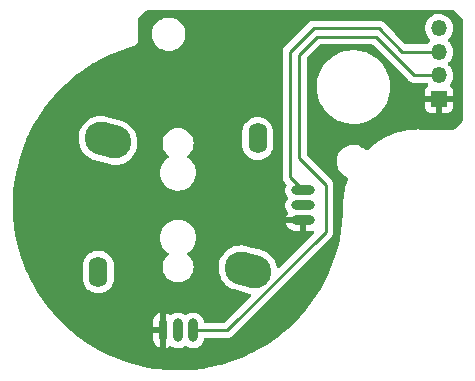
<source format=gbr>
%TF.GenerationSoftware,KiCad,Pcbnew,(6.0.1)*%
%TF.CreationDate,2022-03-24T22:12:31-07:00*%
%TF.ProjectId,CStick,43537469-636b-42e6-9b69-6361645f7063,rev?*%
%TF.SameCoordinates,Original*%
%TF.FileFunction,Copper,L1,Top*%
%TF.FilePolarity,Positive*%
%FSLAX46Y46*%
G04 Gerber Fmt 4.6, Leading zero omitted, Abs format (unit mm)*
G04 Created by KiCad (PCBNEW (6.0.1)) date 2022-03-24 22:12:31*
%MOMM*%
%LPD*%
G01*
G04 APERTURE LIST*
G04 Aperture macros list*
%AMHorizOval*
0 Thick line with rounded ends*
0 $1 width*
0 $2 $3 position (X,Y) of the first rounded end (center of the circle)*
0 $4 $5 position (X,Y) of the second rounded end (center of the circle)*
0 Add line between two ends*
20,1,$1,$2,$3,$4,$5,0*
0 Add two circle primitives to create the rounded ends*
1,1,$1,$2,$3*
1,1,$1,$4,$5*%
G04 Aperture macros list end*
%TA.AperFunction,ComponentPad*%
%ADD10R,1.350000X1.350000*%
%TD*%
%TA.AperFunction,ComponentPad*%
%ADD11O,1.350000X1.350000*%
%TD*%
%TA.AperFunction,ComponentPad*%
%ADD12HorizOval,2.800000X-0.577898X0.161352X0.577898X-0.161352X0*%
%TD*%
%TA.AperFunction,ComponentPad*%
%ADD13O,1.600000X2.600000*%
%TD*%
%TA.AperFunction,ComponentPad*%
%ADD14O,0.700000X2.000000*%
%TD*%
%TA.AperFunction,ComponentPad*%
%ADD15O,0.800000X2.000000*%
%TD*%
%TA.AperFunction,ComponentPad*%
%ADD16O,2.000000X0.800000*%
%TD*%
%TA.AperFunction,Conductor*%
%ADD17C,0.250000*%
%TD*%
G04 APERTURE END LIST*
D10*
%TO.P,J1,1,Pin_1*%
%TO.N,VCC*%
X172100000Y-91000000D03*
D11*
%TO.P,J1,2,Pin_2*%
%TO.N,Net-(J1-Pad2)*%
X172100000Y-89000000D03*
%TO.P,J1,3,Pin_3*%
%TO.N,Net-(J1-Pad3)*%
X172100000Y-87000000D03*
%TO.P,J1,4,Pin_4*%
%TO.N,GND*%
X172100000Y-85000000D03*
%TD*%
D12*
%TO.P,U1,*%
%TO.N,*%
X155930000Y-105480000D03*
D13*
X156750000Y-94350000D03*
D12*
X144070000Y-94520000D03*
D13*
X143250000Y-105650000D03*
D14*
%TO.P,U1,1,H1XV*%
%TO.N,VCC*%
X148730000Y-110600000D03*
D15*
%TO.P,U1,2,H1XG*%
%TO.N,GND*%
X150000000Y-110600000D03*
%TO.P,U1,3,H1XS*%
%TO.N,Net-(J1-Pad2)*%
X151270000Y-110600000D03*
D16*
%TO.P,U1,4,H1YV*%
%TO.N,VCC*%
X160600000Y-101270000D03*
%TO.P,U1,5,H1YG*%
%TO.N,GND*%
X160600000Y-100000000D03*
%TO.P,U1,6,H1YS*%
%TO.N,Net-(J1-Pad3)*%
X160600000Y-98730000D03*
%TD*%
D17*
%TO.N,Net-(J1-Pad2)*%
X162500000Y-98250000D02*
X162500000Y-102269911D01*
X172100000Y-89000000D02*
X170000000Y-89000000D01*
X166750000Y-85750000D02*
X161750000Y-85750000D01*
X162500000Y-102269911D02*
X154169911Y-110600000D01*
X161750000Y-85750000D02*
X160250000Y-87250000D01*
X170000000Y-89000000D02*
X166750000Y-85750000D01*
X160250000Y-96000000D02*
X162500000Y-98250000D01*
X160250000Y-87250000D02*
X160250000Y-96000000D01*
X154169911Y-110600000D02*
X151270000Y-110600000D01*
%TO.N,Net-(J1-Pad3)*%
X169000000Y-87000000D02*
X172100000Y-87000000D01*
X167000000Y-85000000D02*
X169000000Y-87000000D01*
X160600000Y-98730000D02*
X159500000Y-97630000D01*
X159500000Y-97630000D02*
X159500000Y-87000000D01*
X159500000Y-87000000D02*
X161500000Y-85000000D01*
X161500000Y-85000000D02*
X167000000Y-85000000D01*
%TD*%
%TA.AperFunction,Conductor*%
%TO.N,VCC*%
G36*
X173405510Y-83528002D02*
G01*
X173426485Y-83544905D01*
X174055096Y-84173517D01*
X174089121Y-84235829D01*
X174092000Y-84262612D01*
X174092000Y-92837388D01*
X174071998Y-92905509D01*
X174055096Y-92926483D01*
X173426485Y-93555095D01*
X173364172Y-93589120D01*
X173337389Y-93592000D01*
X170453207Y-93592000D01*
X170432303Y-93590254D01*
X170425562Y-93589120D01*
X170412539Y-93586929D01*
X170406373Y-93586854D01*
X170404865Y-93586835D01*
X170404860Y-93586835D01*
X170400000Y-93586776D01*
X170393794Y-93587665D01*
X170380297Y-93588861D01*
X169956790Y-93603516D01*
X169741601Y-93625927D01*
X169517885Y-93649225D01*
X169517872Y-93649227D01*
X169515700Y-93649453D01*
X169513545Y-93649829D01*
X169513534Y-93649831D01*
X169080979Y-93725395D01*
X169080970Y-93725397D01*
X169078840Y-93725769D01*
X169076746Y-93726286D01*
X169076742Y-93726287D01*
X168917388Y-93765643D01*
X168648300Y-93832100D01*
X168226141Y-93967937D01*
X168224134Y-93968740D01*
X168224125Y-93968743D01*
X168002714Y-94057302D01*
X167814380Y-94132631D01*
X167414989Y-94325394D01*
X167029878Y-94545303D01*
X167028069Y-94546509D01*
X167028061Y-94546514D01*
X166662703Y-94790096D01*
X166662691Y-94790105D01*
X166660889Y-94791306D01*
X166309787Y-95062227D01*
X166308162Y-95063671D01*
X166308158Y-95063674D01*
X166046445Y-95296185D01*
X165982234Y-95326475D01*
X165911841Y-95317242D01*
X165892930Y-95306868D01*
X165670961Y-95159047D01*
X165654534Y-95146010D01*
X165643473Y-95135619D01*
X165643472Y-95135618D01*
X165639925Y-95132286D01*
X165635913Y-95129543D01*
X165635907Y-95129538D01*
X165634383Y-95128496D01*
X165629573Y-95125208D01*
X165625179Y-95123111D01*
X165625174Y-95123108D01*
X165620900Y-95121068D01*
X165613781Y-95117388D01*
X165439876Y-95020350D01*
X165439872Y-95020348D01*
X165435558Y-95017941D01*
X165430912Y-95016235D01*
X165232168Y-94943262D01*
X165232163Y-94943261D01*
X165227515Y-94941554D01*
X165222659Y-94940596D01*
X165222656Y-94940595D01*
X165014940Y-94899610D01*
X165014936Y-94899609D01*
X165010083Y-94898652D01*
X165005134Y-94898465D01*
X165005132Y-94898465D01*
X164943889Y-94896154D01*
X164788617Y-94890293D01*
X164568569Y-94916682D01*
X164355359Y-94977168D01*
X164350884Y-94979240D01*
X164350877Y-94979242D01*
X164158730Y-95068183D01*
X164158727Y-95068185D01*
X164154237Y-95070263D01*
X164150121Y-95073023D01*
X164150120Y-95073023D01*
X164036010Y-95149524D01*
X163970153Y-95193675D01*
X163807642Y-95344364D01*
X163670704Y-95518620D01*
X163562712Y-95712153D01*
X163561006Y-95716801D01*
X163561004Y-95716804D01*
X163488914Y-95913147D01*
X163486325Y-95920197D01*
X163485368Y-95925049D01*
X163485366Y-95925055D01*
X163471190Y-95996903D01*
X163443424Y-96137628D01*
X163443237Y-96142579D01*
X163443237Y-96142580D01*
X163442447Y-96163498D01*
X163435064Y-96359095D01*
X163461452Y-96579142D01*
X163521938Y-96792352D01*
X163524017Y-96796843D01*
X163524019Y-96796849D01*
X163586139Y-96931053D01*
X163615033Y-96993475D01*
X163617789Y-96997585D01*
X163617789Y-96997586D01*
X163675450Y-97083594D01*
X163738445Y-97177558D01*
X163741809Y-97181186D01*
X163859250Y-97307841D01*
X163889134Y-97340070D01*
X163946791Y-97385379D01*
X164034125Y-97454010D01*
X164042534Y-97461238D01*
X164052556Y-97470654D01*
X164056569Y-97473398D01*
X164056573Y-97473401D01*
X164058883Y-97474980D01*
X164062908Y-97477732D01*
X164067306Y-97479831D01*
X164067308Y-97479832D01*
X164088064Y-97489737D01*
X164103637Y-97498579D01*
X164331445Y-97650288D01*
X164377056Y-97704694D01*
X164386013Y-97775123D01*
X164380977Y-97795485D01*
X164273474Y-98113722D01*
X164254794Y-98169018D01*
X164138453Y-98618304D01*
X164138045Y-98620535D01*
X164138043Y-98620543D01*
X164112810Y-98758436D01*
X164054914Y-99074828D01*
X164025868Y-99341253D01*
X164016525Y-99426958D01*
X164004615Y-99536199D01*
X164003081Y-99578571D01*
X163988941Y-99969042D01*
X163988050Y-99977799D01*
X163988171Y-99977810D01*
X163987735Y-99982670D01*
X163986929Y-99987461D01*
X163986856Y-99993462D01*
X163986814Y-99993730D01*
X163986849Y-99993999D01*
X163986776Y-100000000D01*
X163987465Y-100004814D01*
X163987466Y-100004823D01*
X163989676Y-100020257D01*
X163990904Y-100041446D01*
X163972546Y-100735917D01*
X163972194Y-100742567D01*
X163914149Y-101473110D01*
X163913446Y-101479732D01*
X163816889Y-102206166D01*
X163815838Y-102212742D01*
X163681029Y-102933098D01*
X163679631Y-102939609D01*
X163506960Y-103651798D01*
X163505221Y-103658226D01*
X163295154Y-104360330D01*
X163293077Y-104366657D01*
X163222567Y-104563743D01*
X163058797Y-105021502D01*
X163046219Y-105056658D01*
X163043814Y-105062859D01*
X162790114Y-105668933D01*
X162760832Y-105738885D01*
X162758105Y-105744944D01*
X162523641Y-106231198D01*
X162439808Y-106405060D01*
X162436758Y-106410980D01*
X162084038Y-107053341D01*
X162080680Y-107059092D01*
X161694500Y-107681946D01*
X161690842Y-107687511D01*
X161272311Y-108289066D01*
X161268365Y-108294430D01*
X160818627Y-108873044D01*
X160814403Y-108878192D01*
X160334719Y-109432242D01*
X160330228Y-109437159D01*
X159821945Y-109965089D01*
X159817201Y-109969763D01*
X159281741Y-110470095D01*
X159276757Y-110474511D01*
X158715617Y-110945850D01*
X158710407Y-110949997D01*
X158125128Y-111391044D01*
X158119706Y-111394910D01*
X157511931Y-111804429D01*
X157506349Y-111807978D01*
X156877797Y-112184807D01*
X156872004Y-112188075D01*
X156224425Y-112531167D01*
X156218465Y-112534125D01*
X155553680Y-112842517D01*
X155547568Y-112845159D01*
X154867398Y-113118005D01*
X154861159Y-113120318D01*
X154167515Y-113356850D01*
X154161190Y-113358822D01*
X153637193Y-113507106D01*
X153456022Y-113558375D01*
X153449569Y-113560018D01*
X153166393Y-113624210D01*
X152734854Y-113722033D01*
X152728335Y-113723330D01*
X152116486Y-113828397D01*
X152006077Y-113847356D01*
X151999486Y-113848310D01*
X151271646Y-113934006D01*
X151265017Y-113934609D01*
X151041983Y-113948980D01*
X150533714Y-113981729D01*
X150527059Y-113981982D01*
X150175462Y-113986021D01*
X149794240Y-113990400D01*
X149787593Y-113990300D01*
X149055382Y-113959990D01*
X149048746Y-113959539D01*
X148319127Y-113890583D01*
X148312548Y-113889785D01*
X147906511Y-113829627D01*
X147587625Y-113782381D01*
X147581066Y-113781232D01*
X147018451Y-113667217D01*
X146862796Y-113635673D01*
X146856320Y-113634181D01*
X146146782Y-113450886D01*
X146140382Y-113449051D01*
X145924208Y-113380837D01*
X145441494Y-113228516D01*
X145435203Y-113226346D01*
X145146073Y-113118005D01*
X144748949Y-112969197D01*
X144742782Y-112966698D01*
X144071082Y-112673655D01*
X144065057Y-112670835D01*
X143958680Y-112617568D01*
X143926272Y-112601340D01*
X143409777Y-112342713D01*
X143403903Y-112339575D01*
X142766865Y-111977285D01*
X142761166Y-111973841D01*
X142144166Y-111578406D01*
X142138665Y-111574672D01*
X141746664Y-111293152D01*
X147872000Y-111293152D01*
X147872369Y-111299966D01*
X147886337Y-111428544D01*
X147889251Y-111441797D01*
X147944357Y-111605542D01*
X147950050Y-111617864D01*
X148039032Y-111765953D01*
X148047240Y-111776767D01*
X148165945Y-111902294D01*
X148176276Y-111911086D01*
X148319175Y-112008201D01*
X148331155Y-112014570D01*
X148459179Y-112065776D01*
X148473219Y-112067112D01*
X148476000Y-112062291D01*
X148476000Y-112051887D01*
X148984000Y-112051887D01*
X148987973Y-112065418D01*
X148996297Y-112066615D01*
X149041138Y-112054263D01*
X149053747Y-112049271D01*
X149206574Y-111968693D01*
X149217832Y-111961100D01*
X149273710Y-111913880D01*
X149338651Y-111885189D01*
X149408794Y-111896162D01*
X149429098Y-111908183D01*
X149524209Y-111977285D01*
X149543248Y-111991118D01*
X149549276Y-111993802D01*
X149549278Y-111993803D01*
X149703106Y-112062291D01*
X149717712Y-112068794D01*
X149811113Y-112088647D01*
X149898056Y-112107128D01*
X149898061Y-112107128D01*
X149904513Y-112108500D01*
X150095487Y-112108500D01*
X150101939Y-112107128D01*
X150101944Y-112107128D01*
X150188887Y-112088647D01*
X150282288Y-112068794D01*
X150296894Y-112062291D01*
X150450722Y-111993803D01*
X150450724Y-111993802D01*
X150456752Y-111991118D01*
X150475792Y-111977285D01*
X150538312Y-111931861D01*
X150560940Y-111915421D01*
X150627806Y-111891563D01*
X150696958Y-111907643D01*
X150709056Y-111915418D01*
X150731688Y-111931861D01*
X150794209Y-111977285D01*
X150813248Y-111991118D01*
X150819276Y-111993802D01*
X150819278Y-111993803D01*
X150973106Y-112062291D01*
X150987712Y-112068794D01*
X151081113Y-112088647D01*
X151168056Y-112107128D01*
X151168061Y-112107128D01*
X151174513Y-112108500D01*
X151365487Y-112108500D01*
X151371939Y-112107128D01*
X151371944Y-112107128D01*
X151458887Y-112088647D01*
X151552288Y-112068794D01*
X151566894Y-112062291D01*
X151720722Y-111993803D01*
X151720724Y-111993802D01*
X151726752Y-111991118D01*
X151745792Y-111977285D01*
X151808312Y-111931861D01*
X151881253Y-111878866D01*
X151905000Y-111852492D01*
X152004621Y-111741852D01*
X152004622Y-111741851D01*
X152009040Y-111736944D01*
X152104527Y-111571556D01*
X152163542Y-111389928D01*
X152168124Y-111346329D01*
X152195137Y-111280673D01*
X152253358Y-111240043D01*
X152293434Y-111233500D01*
X154091144Y-111233500D01*
X154102327Y-111234027D01*
X154109820Y-111235702D01*
X154117746Y-111235453D01*
X154117747Y-111235453D01*
X154177897Y-111233562D01*
X154181856Y-111233500D01*
X154209767Y-111233500D01*
X154213702Y-111233003D01*
X154213767Y-111232995D01*
X154225604Y-111232062D01*
X154257862Y-111231048D01*
X154261881Y-111230922D01*
X154269800Y-111230673D01*
X154289254Y-111225021D01*
X154308611Y-111221013D01*
X154320841Y-111219468D01*
X154320842Y-111219468D01*
X154328708Y-111218474D01*
X154336079Y-111215555D01*
X154336081Y-111215555D01*
X154369823Y-111202196D01*
X154381053Y-111198351D01*
X154415894Y-111188229D01*
X154415895Y-111188229D01*
X154423504Y-111186018D01*
X154430323Y-111181985D01*
X154430328Y-111181983D01*
X154440939Y-111175707D01*
X154458687Y-111167012D01*
X154477528Y-111159552D01*
X154497218Y-111145247D01*
X154513298Y-111133564D01*
X154523218Y-111127048D01*
X154554446Y-111108580D01*
X154554449Y-111108578D01*
X154561273Y-111104542D01*
X154575594Y-111090221D01*
X154590628Y-111077380D01*
X154600605Y-111070131D01*
X154607018Y-111065472D01*
X154635209Y-111031395D01*
X154643199Y-111022616D01*
X162892253Y-102773563D01*
X162900539Y-102766023D01*
X162907018Y-102761911D01*
X162953644Y-102712259D01*
X162956398Y-102709418D01*
X162976135Y-102689681D01*
X162978615Y-102686484D01*
X162986320Y-102677462D01*
X163011159Y-102651011D01*
X163016586Y-102645232D01*
X163020405Y-102638286D01*
X163020407Y-102638283D01*
X163026348Y-102627477D01*
X163037199Y-102610958D01*
X163044758Y-102601212D01*
X163049614Y-102594952D01*
X163052759Y-102587683D01*
X163052762Y-102587679D01*
X163067174Y-102554374D01*
X163072391Y-102543724D01*
X163093695Y-102504971D01*
X163098733Y-102485348D01*
X163105137Y-102466645D01*
X163110033Y-102455331D01*
X163110033Y-102455330D01*
X163113181Y-102448056D01*
X163114420Y-102440233D01*
X163114423Y-102440223D01*
X163120099Y-102404387D01*
X163122505Y-102392767D01*
X163131528Y-102357622D01*
X163131528Y-102357621D01*
X163133500Y-102349941D01*
X163133500Y-102329687D01*
X163135051Y-102309976D01*
X163136980Y-102297797D01*
X163138220Y-102289968D01*
X163134059Y-102245949D01*
X163133500Y-102234092D01*
X163133500Y-98328768D01*
X163134027Y-98317585D01*
X163135702Y-98310092D01*
X163133742Y-98247713D01*
X163133562Y-98242002D01*
X163133500Y-98238044D01*
X163133500Y-98210144D01*
X163132996Y-98206153D01*
X163132063Y-98194311D01*
X163131338Y-98171220D01*
X163130674Y-98150111D01*
X163125021Y-98130652D01*
X163121012Y-98111293D01*
X163120240Y-98105184D01*
X163118474Y-98091203D01*
X163115558Y-98083837D01*
X163115556Y-98083831D01*
X163102200Y-98050098D01*
X163098355Y-98038868D01*
X163088230Y-98004017D01*
X163088230Y-98004016D01*
X163086019Y-97996407D01*
X163075705Y-97978966D01*
X163067008Y-97961213D01*
X163062472Y-97949758D01*
X163059552Y-97942383D01*
X163033563Y-97906612D01*
X163027047Y-97896692D01*
X163008578Y-97865463D01*
X163004542Y-97858638D01*
X162990221Y-97844317D01*
X162977380Y-97829283D01*
X162970131Y-97819306D01*
X162965472Y-97812893D01*
X162931395Y-97784702D01*
X162922616Y-97776712D01*
X160920405Y-95774500D01*
X160886379Y-95712188D01*
X160883500Y-95685405D01*
X160883500Y-90054339D01*
X161736896Y-90054339D01*
X161763059Y-90406403D01*
X161828909Y-90753243D01*
X161829967Y-90756652D01*
X161829969Y-90756658D01*
X161845798Y-90807635D01*
X161933598Y-91090398D01*
X161935039Y-91093672D01*
X161935039Y-91093673D01*
X162060058Y-91377799D01*
X162075782Y-91413535D01*
X162253631Y-91718499D01*
X162255767Y-91721359D01*
X162255768Y-91721361D01*
X162259595Y-91726486D01*
X162464861Y-92001369D01*
X162467305Y-92003967D01*
X162467310Y-92003973D01*
X162492475Y-92030724D01*
X162706754Y-92258510D01*
X162709483Y-92260820D01*
X162945419Y-92460554D01*
X162976202Y-92486614D01*
X162979166Y-92488594D01*
X162979168Y-92488596D01*
X163201644Y-92637250D01*
X163269740Y-92682750D01*
X163272914Y-92684385D01*
X163272923Y-92684390D01*
X163580411Y-92842756D01*
X163580416Y-92842758D01*
X163583594Y-92844395D01*
X163586935Y-92845661D01*
X163586940Y-92845663D01*
X163702855Y-92889579D01*
X163913729Y-92969472D01*
X163917193Y-92970352D01*
X163917197Y-92970353D01*
X164252434Y-93055493D01*
X164252443Y-93055495D01*
X164255901Y-93056373D01*
X164427819Y-93079770D01*
X164602718Y-93103573D01*
X164602725Y-93103574D01*
X164605711Y-93103980D01*
X164720754Y-93108500D01*
X164939424Y-93108500D01*
X165081776Y-93100416D01*
X165198899Y-93093766D01*
X165198906Y-93093765D01*
X165202467Y-93093563D01*
X165550403Y-93033777D01*
X165553835Y-93032777D01*
X165553838Y-93032776D01*
X165885887Y-92935993D01*
X165885892Y-92935991D01*
X165889334Y-92934988D01*
X166214903Y-92798465D01*
X166498686Y-92639539D01*
X166519798Y-92627716D01*
X166519803Y-92627713D01*
X166522924Y-92625965D01*
X166525829Y-92623874D01*
X166525838Y-92623868D01*
X166806529Y-92421799D01*
X166809438Y-92419705D01*
X166861600Y-92372325D01*
X167068120Y-92184735D01*
X167068121Y-92184734D01*
X167070761Y-92182336D01*
X167303533Y-91916910D01*
X167440364Y-91719669D01*
X170917001Y-91719669D01*
X170917371Y-91726490D01*
X170922895Y-91777352D01*
X170926521Y-91792604D01*
X170971676Y-91913054D01*
X170980214Y-91928649D01*
X171056715Y-92030724D01*
X171069276Y-92043285D01*
X171171351Y-92119786D01*
X171186946Y-92128324D01*
X171307394Y-92173478D01*
X171322649Y-92177105D01*
X171373514Y-92182631D01*
X171380328Y-92183000D01*
X171827885Y-92183000D01*
X171843124Y-92178525D01*
X171844329Y-92177135D01*
X171846000Y-92169452D01*
X171846000Y-92164884D01*
X172354000Y-92164884D01*
X172358475Y-92180123D01*
X172359865Y-92181328D01*
X172367548Y-92182999D01*
X172819669Y-92182999D01*
X172826490Y-92182629D01*
X172877352Y-92177105D01*
X172892604Y-92173479D01*
X173013054Y-92128324D01*
X173028649Y-92119786D01*
X173130724Y-92043285D01*
X173143285Y-92030724D01*
X173219786Y-91928649D01*
X173228324Y-91913054D01*
X173273478Y-91792606D01*
X173277105Y-91777351D01*
X173282631Y-91726486D01*
X173283000Y-91719672D01*
X173283000Y-91272115D01*
X173278525Y-91256876D01*
X173277135Y-91255671D01*
X173269452Y-91254000D01*
X172372115Y-91254000D01*
X172356876Y-91258475D01*
X172355671Y-91259865D01*
X172354000Y-91267548D01*
X172354000Y-92164884D01*
X171846000Y-92164884D01*
X171846000Y-91272115D01*
X171841525Y-91256876D01*
X171840135Y-91255671D01*
X171832452Y-91254000D01*
X170935116Y-91254000D01*
X170919877Y-91258475D01*
X170918672Y-91259865D01*
X170917001Y-91267548D01*
X170917001Y-91719669D01*
X167440364Y-91719669D01*
X167504762Y-91626840D01*
X167671860Y-91315855D01*
X167802680Y-90987953D01*
X167895539Y-90647349D01*
X167932624Y-90406403D01*
X167948702Y-90301946D01*
X167948702Y-90301942D01*
X167949244Y-90298423D01*
X167957553Y-90086946D01*
X167962964Y-89949231D01*
X167962964Y-89949226D01*
X167963104Y-89945661D01*
X167942858Y-89673213D01*
X167937206Y-89597159D01*
X167937205Y-89597154D01*
X167936941Y-89593597D01*
X167871091Y-89246757D01*
X167766402Y-88909602D01*
X167717557Y-88798594D01*
X167625662Y-88589746D01*
X167625660Y-88589741D01*
X167624218Y-88586465D01*
X167446369Y-88281501D01*
X167235139Y-87998631D01*
X167232695Y-87996033D01*
X167232690Y-87996027D01*
X167062646Y-87815265D01*
X166993246Y-87741490D01*
X166800361Y-87578201D01*
X166726520Y-87515690D01*
X166726516Y-87515687D01*
X166723798Y-87513386D01*
X166599296Y-87430196D01*
X166433237Y-87319239D01*
X166433235Y-87319238D01*
X166430260Y-87317250D01*
X166427086Y-87315615D01*
X166427077Y-87315610D01*
X166119589Y-87157244D01*
X166119584Y-87157242D01*
X166116406Y-87155605D01*
X166113065Y-87154339D01*
X166113060Y-87154337D01*
X165879578Y-87065879D01*
X165786271Y-87030528D01*
X165782807Y-87029648D01*
X165782803Y-87029647D01*
X165447566Y-86944507D01*
X165447557Y-86944505D01*
X165444099Y-86943627D01*
X165261923Y-86918834D01*
X165097282Y-86896427D01*
X165097275Y-86896426D01*
X165094289Y-86896020D01*
X164979246Y-86891500D01*
X164760576Y-86891500D01*
X164618224Y-86899584D01*
X164501101Y-86906234D01*
X164501094Y-86906235D01*
X164497533Y-86906437D01*
X164149597Y-86966223D01*
X164146165Y-86967223D01*
X164146162Y-86967224D01*
X163814113Y-87064007D01*
X163814108Y-87064009D01*
X163810666Y-87065012D01*
X163485097Y-87201535D01*
X163339747Y-87282935D01*
X163180202Y-87372284D01*
X163180197Y-87372287D01*
X163177076Y-87374035D01*
X163174171Y-87376126D01*
X163174162Y-87376132D01*
X163025109Y-87483435D01*
X162890562Y-87580295D01*
X162887917Y-87582698D01*
X162887914Y-87582700D01*
X162773332Y-87686779D01*
X162629239Y-87817664D01*
X162396467Y-88083090D01*
X162195238Y-88373160D01*
X162028140Y-88684145D01*
X161897320Y-89012047D01*
X161804461Y-89352651D01*
X161803919Y-89356173D01*
X161753034Y-89686779D01*
X161750756Y-89701577D01*
X161750616Y-89705141D01*
X161740732Y-89956715D01*
X161736896Y-90054339D01*
X160883500Y-90054339D01*
X160883500Y-87564594D01*
X160903502Y-87496473D01*
X160920405Y-87475499D01*
X161975499Y-86420405D01*
X162037811Y-86386379D01*
X162064594Y-86383500D01*
X166435406Y-86383500D01*
X166503527Y-86403502D01*
X166524501Y-86420405D01*
X168015836Y-87911741D01*
X169496348Y-89392253D01*
X169503888Y-89400539D01*
X169508000Y-89407018D01*
X169513777Y-89412443D01*
X169557651Y-89453643D01*
X169560493Y-89456398D01*
X169580230Y-89476135D01*
X169583427Y-89478615D01*
X169592447Y-89486318D01*
X169624679Y-89516586D01*
X169631625Y-89520405D01*
X169631628Y-89520407D01*
X169642434Y-89526348D01*
X169658953Y-89537199D01*
X169674959Y-89549614D01*
X169682228Y-89552759D01*
X169682232Y-89552762D01*
X169715537Y-89567174D01*
X169726187Y-89572391D01*
X169764940Y-89593695D01*
X169772615Y-89595666D01*
X169772616Y-89595666D01*
X169784562Y-89598733D01*
X169803267Y-89605137D01*
X169821855Y-89613181D01*
X169829678Y-89614420D01*
X169829688Y-89614423D01*
X169865524Y-89620099D01*
X169877144Y-89622505D01*
X169912289Y-89631528D01*
X169919970Y-89633500D01*
X169940224Y-89633500D01*
X169959934Y-89635051D01*
X169979943Y-89638220D01*
X169987835Y-89637474D01*
X170023961Y-89634059D01*
X170035819Y-89633500D01*
X171033139Y-89633500D01*
X171101260Y-89653502D01*
X171136035Y-89686779D01*
X171166916Y-89730474D01*
X171189898Y-89797648D01*
X171172914Y-89866583D01*
X171139585Y-89904021D01*
X171069277Y-89956714D01*
X171056715Y-89969276D01*
X170980214Y-90071351D01*
X170971676Y-90086946D01*
X170926522Y-90207394D01*
X170922895Y-90222649D01*
X170917369Y-90273514D01*
X170917000Y-90280328D01*
X170917000Y-90727885D01*
X170921475Y-90743124D01*
X170922865Y-90744329D01*
X170930548Y-90746000D01*
X173264884Y-90746000D01*
X173280123Y-90741525D01*
X173281328Y-90740135D01*
X173282999Y-90732452D01*
X173282999Y-90280331D01*
X173282629Y-90273510D01*
X173277105Y-90222648D01*
X173273479Y-90207396D01*
X173228324Y-90086946D01*
X173219786Y-90071351D01*
X173143285Y-89969276D01*
X173130724Y-89956715D01*
X173060002Y-89903712D01*
X173017487Y-89846853D01*
X173012461Y-89776035D01*
X173038693Y-89722317D01*
X173075834Y-89677659D01*
X173079532Y-89673213D01*
X173185813Y-89483435D01*
X173187669Y-89477968D01*
X173187671Y-89477963D01*
X173253874Y-89282935D01*
X173253875Y-89282930D01*
X173255730Y-89277466D01*
X173286941Y-89062205D01*
X173288570Y-89000000D01*
X173268667Y-88783400D01*
X173209626Y-88574055D01*
X173113423Y-88378974D01*
X173109082Y-88373160D01*
X172986733Y-88209315D01*
X172986732Y-88209314D01*
X172983280Y-88204691D01*
X172861078Y-88091729D01*
X172824633Y-88030800D01*
X172826914Y-87959840D01*
X172866038Y-87902330D01*
X172936008Y-87844137D01*
X172940446Y-87840446D01*
X173079532Y-87673213D01*
X173170150Y-87511404D01*
X173182989Y-87488478D01*
X173182990Y-87488476D01*
X173185813Y-87483435D01*
X173187669Y-87477968D01*
X173187671Y-87477963D01*
X173253874Y-87282935D01*
X173253875Y-87282930D01*
X173255730Y-87277466D01*
X173286941Y-87062205D01*
X173288570Y-87000000D01*
X173268667Y-86783400D01*
X173262730Y-86762347D01*
X173223903Y-86624679D01*
X173209626Y-86574055D01*
X173113423Y-86378974D01*
X173038665Y-86278860D01*
X172986733Y-86209315D01*
X172986732Y-86209314D01*
X172983280Y-86204691D01*
X172970101Y-86192508D01*
X172861078Y-86091729D01*
X172824633Y-86030800D01*
X172826914Y-85959840D01*
X172866038Y-85902330D01*
X172936008Y-85844137D01*
X172940446Y-85840446D01*
X173079532Y-85673213D01*
X173185813Y-85483435D01*
X173187669Y-85477968D01*
X173187671Y-85477963D01*
X173253874Y-85282935D01*
X173253875Y-85282930D01*
X173255730Y-85277466D01*
X173286941Y-85062205D01*
X173288570Y-85000000D01*
X173268667Y-84783400D01*
X173209626Y-84574055D01*
X173116679Y-84385577D01*
X173115978Y-84384155D01*
X173113423Y-84378974D01*
X173105043Y-84367751D01*
X172986733Y-84209315D01*
X172986732Y-84209314D01*
X172983280Y-84204691D01*
X172935167Y-84160216D01*
X172827796Y-84060963D01*
X172827793Y-84060961D01*
X172823556Y-84057044D01*
X172639599Y-83940976D01*
X172437572Y-83860376D01*
X172224239Y-83817941D01*
X172218464Y-83817865D01*
X172218460Y-83817865D01*
X172109419Y-83816438D01*
X172006746Y-83815094D01*
X172001049Y-83816073D01*
X172001048Y-83816073D01*
X171798065Y-83850952D01*
X171798062Y-83850953D01*
X171792375Y-83851930D01*
X171588307Y-83927214D01*
X171498579Y-83980597D01*
X171407293Y-84034907D01*
X171401376Y-84038427D01*
X171237842Y-84181842D01*
X171234270Y-84186373D01*
X171152701Y-84289843D01*
X171103181Y-84352658D01*
X171100493Y-84357767D01*
X171095931Y-84366438D01*
X171001905Y-84545154D01*
X171000192Y-84550671D01*
X170957523Y-84688087D01*
X170937403Y-84752882D01*
X170911837Y-84968887D01*
X170926063Y-85185933D01*
X170927484Y-85191529D01*
X170927485Y-85191534D01*
X170967098Y-85347508D01*
X170979605Y-85396753D01*
X171070668Y-85594285D01*
X171074001Y-85599001D01*
X171143454Y-85697274D01*
X171196204Y-85771914D01*
X171200346Y-85775949D01*
X171339741Y-85911741D01*
X171374579Y-85973602D01*
X171370442Y-86044478D01*
X171334899Y-86096726D01*
X171237842Y-86181842D01*
X171234270Y-86186373D01*
X171130104Y-86318506D01*
X171072222Y-86359619D01*
X171031154Y-86366500D01*
X169314594Y-86366500D01*
X169246473Y-86346498D01*
X169225499Y-86329595D01*
X168379340Y-85483435D01*
X167503652Y-84607747D01*
X167496112Y-84599461D01*
X167492000Y-84592982D01*
X167442348Y-84546356D01*
X167439507Y-84543602D01*
X167419770Y-84523865D01*
X167416573Y-84521385D01*
X167407551Y-84513680D01*
X167394122Y-84501069D01*
X167375321Y-84483414D01*
X167368375Y-84479595D01*
X167368372Y-84479593D01*
X167357566Y-84473652D01*
X167341047Y-84462801D01*
X167340583Y-84462441D01*
X167325041Y-84450386D01*
X167317772Y-84447241D01*
X167317768Y-84447238D01*
X167284463Y-84432826D01*
X167273813Y-84427609D01*
X167235060Y-84406305D01*
X167215437Y-84401267D01*
X167196734Y-84394863D01*
X167185420Y-84389967D01*
X167185419Y-84389967D01*
X167178145Y-84386819D01*
X167170322Y-84385580D01*
X167170312Y-84385577D01*
X167134476Y-84379901D01*
X167122856Y-84377495D01*
X167087711Y-84368472D01*
X167087710Y-84368472D01*
X167080030Y-84366500D01*
X167059776Y-84366500D01*
X167040065Y-84364949D01*
X167030330Y-84363407D01*
X167020057Y-84361780D01*
X166990786Y-84364547D01*
X166976039Y-84365941D01*
X166964181Y-84366500D01*
X161578767Y-84366500D01*
X161567584Y-84365973D01*
X161560091Y-84364298D01*
X161552165Y-84364547D01*
X161552164Y-84364547D01*
X161492014Y-84366438D01*
X161488055Y-84366500D01*
X161460144Y-84366500D01*
X161456210Y-84366997D01*
X161456209Y-84366997D01*
X161456144Y-84367005D01*
X161444307Y-84367938D01*
X161412490Y-84368938D01*
X161408029Y-84369078D01*
X161400110Y-84369327D01*
X161382830Y-84374347D01*
X161380658Y-84374978D01*
X161361306Y-84378986D01*
X161354235Y-84379880D01*
X161341203Y-84381526D01*
X161333834Y-84384443D01*
X161333832Y-84384444D01*
X161300097Y-84397800D01*
X161288869Y-84401645D01*
X161246407Y-84413982D01*
X161239584Y-84418017D01*
X161239582Y-84418018D01*
X161228972Y-84424293D01*
X161211224Y-84432988D01*
X161192383Y-84440448D01*
X161185967Y-84445110D01*
X161185966Y-84445110D01*
X161156613Y-84466436D01*
X161146693Y-84472952D01*
X161115465Y-84491420D01*
X161115462Y-84491422D01*
X161108638Y-84495458D01*
X161094317Y-84509779D01*
X161079284Y-84522619D01*
X161062893Y-84534528D01*
X161034702Y-84568605D01*
X161026712Y-84577384D01*
X159107747Y-86496348D01*
X159099461Y-86503888D01*
X159092982Y-86508000D01*
X159087557Y-86513777D01*
X159046357Y-86557651D01*
X159043602Y-86560493D01*
X159023865Y-86580230D01*
X159021385Y-86583427D01*
X159013682Y-86592447D01*
X158983414Y-86624679D01*
X158979595Y-86631625D01*
X158979593Y-86631628D01*
X158973652Y-86642434D01*
X158962801Y-86658953D01*
X158962441Y-86659417D01*
X158950386Y-86674959D01*
X158947241Y-86682228D01*
X158947238Y-86682232D01*
X158932826Y-86715537D01*
X158927609Y-86726187D01*
X158906305Y-86764940D01*
X158904334Y-86772615D01*
X158904334Y-86772616D01*
X158901267Y-86784562D01*
X158894863Y-86803266D01*
X158886819Y-86821855D01*
X158885580Y-86829678D01*
X158885577Y-86829688D01*
X158879901Y-86865524D01*
X158877495Y-86877144D01*
X158869819Y-86907042D01*
X158866500Y-86919970D01*
X158866500Y-86940224D01*
X158864949Y-86959934D01*
X158861780Y-86979943D01*
X158862526Y-86987835D01*
X158865941Y-87023961D01*
X158866500Y-87035819D01*
X158866500Y-97551233D01*
X158865973Y-97562416D01*
X158864298Y-97569909D01*
X158864547Y-97577835D01*
X158864547Y-97577836D01*
X158866438Y-97637986D01*
X158866500Y-97641945D01*
X158866500Y-97669856D01*
X158866997Y-97673790D01*
X158866997Y-97673791D01*
X158867005Y-97673856D01*
X158867938Y-97685693D01*
X158869327Y-97729889D01*
X158874978Y-97749339D01*
X158878987Y-97768700D01*
X158881526Y-97788797D01*
X158884445Y-97796168D01*
X158884445Y-97796170D01*
X158897804Y-97829912D01*
X158901649Y-97841142D01*
X158906732Y-97858638D01*
X158913982Y-97883593D01*
X158918015Y-97890412D01*
X158918017Y-97890417D01*
X158924293Y-97901028D01*
X158932988Y-97918776D01*
X158940448Y-97937617D01*
X158945110Y-97944033D01*
X158945110Y-97944034D01*
X158966436Y-97973387D01*
X158972952Y-97983307D01*
X158995458Y-98021362D01*
X159009779Y-98035683D01*
X159022619Y-98050716D01*
X159034528Y-98067107D01*
X159040634Y-98072158D01*
X159068605Y-98095298D01*
X159077384Y-98103288D01*
X159159497Y-98185401D01*
X159193523Y-98247713D01*
X159188458Y-98318528D01*
X159185510Y-98325743D01*
X159131206Y-98447712D01*
X159127632Y-98464528D01*
X159095414Y-98616100D01*
X159091500Y-98634513D01*
X159091500Y-98825487D01*
X159092872Y-98831939D01*
X159092872Y-98831944D01*
X159096051Y-98846900D01*
X159131206Y-99012288D01*
X159133891Y-99018318D01*
X159133891Y-99018319D01*
X159160057Y-99077088D01*
X159208882Y-99186752D01*
X159212762Y-99192093D01*
X159212763Y-99192094D01*
X159284579Y-99290939D01*
X159308437Y-99357806D01*
X159292357Y-99426958D01*
X159284582Y-99439056D01*
X159208882Y-99543248D01*
X159206198Y-99549276D01*
X159206197Y-99549278D01*
X159156541Y-99660808D01*
X159131206Y-99717712D01*
X159091500Y-99904513D01*
X159091500Y-100095487D01*
X159131206Y-100282288D01*
X159208882Y-100456752D01*
X159212762Y-100462093D01*
X159212763Y-100462094D01*
X159284887Y-100561363D01*
X159308745Y-100628230D01*
X159292665Y-100697382D01*
X159284887Y-100709485D01*
X159213198Y-100808157D01*
X159206632Y-100819529D01*
X159134367Y-100981839D01*
X159130310Y-100994325D01*
X159129470Y-100998278D01*
X159130543Y-101012341D01*
X159140497Y-101016000D01*
X160728000Y-101016000D01*
X160796121Y-101036002D01*
X160842614Y-101089658D01*
X160854000Y-101142000D01*
X160854000Y-102159885D01*
X160858475Y-102175124D01*
X160859865Y-102176329D01*
X160867548Y-102178000D01*
X161244302Y-102178000D01*
X161250862Y-102177656D01*
X161389824Y-102163051D01*
X161389974Y-102164482D01*
X161453261Y-102169315D01*
X161509891Y-102212135D01*
X161534381Y-102278774D01*
X161518955Y-102348075D01*
X161497755Y-102376252D01*
X160037504Y-103836502D01*
X158584756Y-105289250D01*
X158522444Y-105323276D01*
X158451628Y-105318211D01*
X158394793Y-105275664D01*
X158373813Y-105232235D01*
X158319493Y-105025912D01*
X158318332Y-105021502D01*
X158275956Y-104921913D01*
X158211679Y-104770853D01*
X158211677Y-104770849D01*
X158209889Y-104766647D01*
X158098167Y-104583258D01*
X158068163Y-104534006D01*
X158068162Y-104534004D01*
X158065793Y-104530116D01*
X157889062Y-104316864D01*
X157876685Y-104305700D01*
X157686791Y-104134418D01*
X157686788Y-104134416D01*
X157683397Y-104131357D01*
X157453108Y-103977482D01*
X157243566Y-103877760D01*
X157206494Y-103860117D01*
X157206491Y-103860116D01*
X157203018Y-103858463D01*
X157119896Y-103830732D01*
X157118392Y-103830312D01*
X157118382Y-103830309D01*
X155941501Y-103501718D01*
X155797571Y-103461532D01*
X155595253Y-103420554D01*
X155590701Y-103420303D01*
X155590697Y-103420303D01*
X155393905Y-103409473D01*
X155318705Y-103405334D01*
X155314157Y-103405744D01*
X155314152Y-103405744D01*
X155161538Y-103419499D01*
X155042856Y-103430196D01*
X154916889Y-103460322D01*
X154780443Y-103492954D01*
X154773485Y-103494618D01*
X154516236Y-103597250D01*
X154276496Y-103735943D01*
X154059290Y-103907791D01*
X153869165Y-104109194D01*
X153866545Y-104112929D01*
X153866544Y-104112930D01*
X153725627Y-104313807D01*
X153710105Y-104335933D01*
X153585443Y-104583258D01*
X153497789Y-104845990D01*
X153448980Y-105118622D01*
X153448833Y-105123182D01*
X153448832Y-105123189D01*
X153441244Y-105358109D01*
X153440038Y-105395444D01*
X153471152Y-105670659D01*
X153541668Y-105938498D01*
X153543454Y-105942696D01*
X153543455Y-105942698D01*
X153598984Y-106073197D01*
X153650111Y-106193353D01*
X153675091Y-106234357D01*
X153782691Y-106410980D01*
X153794207Y-106429884D01*
X153797111Y-106433388D01*
X153797113Y-106433391D01*
X153968026Y-106639624D01*
X153968031Y-106639629D01*
X153970938Y-106643137D01*
X153974326Y-106646193D01*
X153974327Y-106646194D01*
X154157328Y-106811257D01*
X154176603Y-106828643D01*
X154406892Y-106982518D01*
X154431649Y-106994300D01*
X154653511Y-107099885D01*
X154653516Y-107099887D01*
X154656983Y-107101537D01*
X154660623Y-107102751D01*
X154660627Y-107102753D01*
X154686404Y-107111353D01*
X154740104Y-107129268D01*
X154741629Y-107129694D01*
X154741633Y-107129695D01*
X155295602Y-107284366D01*
X156062429Y-107498468D01*
X156092734Y-107504606D01*
X156155527Y-107537734D01*
X156190443Y-107599552D01*
X156186394Y-107670433D01*
X156156814Y-107717193D01*
X153944411Y-109929595D01*
X153882099Y-109963621D01*
X153855316Y-109966500D01*
X152293434Y-109966500D01*
X152225313Y-109946498D01*
X152178820Y-109892842D01*
X152168124Y-109853670D01*
X152164232Y-109816635D01*
X152164232Y-109816633D01*
X152163542Y-109810072D01*
X152104527Y-109628444D01*
X152009040Y-109463056D01*
X151983560Y-109434757D01*
X151885675Y-109326045D01*
X151885674Y-109326044D01*
X151881253Y-109321134D01*
X151777326Y-109245626D01*
X151732094Y-109212763D01*
X151732093Y-109212762D01*
X151726752Y-109208882D01*
X151720724Y-109206198D01*
X151720722Y-109206197D01*
X151558319Y-109133891D01*
X151558318Y-109133891D01*
X151552288Y-109131206D01*
X151458888Y-109111353D01*
X151371944Y-109092872D01*
X151371939Y-109092872D01*
X151365487Y-109091500D01*
X151174513Y-109091500D01*
X151168061Y-109092872D01*
X151168056Y-109092872D01*
X151081112Y-109111353D01*
X150987712Y-109131206D01*
X150981682Y-109133891D01*
X150981681Y-109133891D01*
X150819278Y-109206197D01*
X150819276Y-109206198D01*
X150813248Y-109208882D01*
X150709060Y-109284579D01*
X150642194Y-109308437D01*
X150573042Y-109292357D01*
X150560944Y-109284582D01*
X150456752Y-109208882D01*
X150450724Y-109206198D01*
X150450722Y-109206197D01*
X150288319Y-109133891D01*
X150288318Y-109133891D01*
X150282288Y-109131206D01*
X150188888Y-109111353D01*
X150101944Y-109092872D01*
X150101939Y-109092872D01*
X150095487Y-109091500D01*
X149904513Y-109091500D01*
X149898061Y-109092872D01*
X149898056Y-109092872D01*
X149811112Y-109111353D01*
X149717712Y-109131206D01*
X149711682Y-109133891D01*
X149711681Y-109133891D01*
X149549278Y-109206197D01*
X149549276Y-109206198D01*
X149543248Y-109208882D01*
X149537907Y-109212762D01*
X149537906Y-109212763D01*
X149492674Y-109245626D01*
X149439061Y-109284579D01*
X149432545Y-109289313D01*
X149365678Y-109313171D01*
X149296526Y-109297091D01*
X149287661Y-109291589D01*
X149140825Y-109191799D01*
X149128845Y-109185430D01*
X149000821Y-109134224D01*
X148986781Y-109132888D01*
X148984000Y-109137709D01*
X148984000Y-112051887D01*
X148476000Y-112051887D01*
X148476000Y-110872115D01*
X148471525Y-110856876D01*
X148470135Y-110855671D01*
X148462452Y-110854000D01*
X147890115Y-110854000D01*
X147874876Y-110858475D01*
X147873671Y-110859865D01*
X147872000Y-110867548D01*
X147872000Y-111293152D01*
X141746664Y-111293152D01*
X141543420Y-111147190D01*
X141538133Y-111143178D01*
X140966280Y-110684827D01*
X140961196Y-110680526D01*
X140565976Y-110327885D01*
X147872000Y-110327885D01*
X147876475Y-110343124D01*
X147877865Y-110344329D01*
X147885548Y-110346000D01*
X148457885Y-110346000D01*
X148473124Y-110341525D01*
X148474329Y-110340135D01*
X148476000Y-110332452D01*
X148476000Y-109148113D01*
X148472027Y-109134582D01*
X148463703Y-109133385D01*
X148418862Y-109145737D01*
X148406253Y-109150729D01*
X148253426Y-109231307D01*
X148242167Y-109238901D01*
X148110210Y-109350413D01*
X148100852Y-109360239D01*
X147995916Y-109497489D01*
X147988885Y-109509098D01*
X147915866Y-109665689D01*
X147911499Y-109678517D01*
X147873447Y-109848753D01*
X147872074Y-109858652D01*
X147872000Y-109861296D01*
X147872000Y-110327885D01*
X140565976Y-110327885D01*
X140414381Y-110192622D01*
X140409531Y-110188058D01*
X139889265Y-109671952D01*
X139884663Y-109667139D01*
X139392395Y-109124270D01*
X139388053Y-109119221D01*
X138925128Y-108551072D01*
X138921060Y-108545800D01*
X138488823Y-107954018D01*
X138485039Y-107948538D01*
X138084655Y-107334722D01*
X138081165Y-107329050D01*
X137713784Y-106694961D01*
X137710599Y-106689113D01*
X137464392Y-106207127D01*
X141941500Y-106207127D01*
X141956457Y-106378087D01*
X142015716Y-106599243D01*
X142018039Y-106604224D01*
X142018039Y-106604225D01*
X142110151Y-106801762D01*
X142110154Y-106801767D01*
X142112477Y-106806749D01*
X142243802Y-106994300D01*
X142405700Y-107156198D01*
X142410208Y-107159355D01*
X142410211Y-107159357D01*
X142488389Y-107214098D01*
X142593251Y-107287523D01*
X142598233Y-107289846D01*
X142598238Y-107289849D01*
X142694470Y-107334722D01*
X142800757Y-107384284D01*
X142806065Y-107385706D01*
X142806067Y-107385707D01*
X143016598Y-107442119D01*
X143016600Y-107442119D01*
X143021913Y-107443543D01*
X143250000Y-107463498D01*
X143478087Y-107443543D01*
X143483400Y-107442119D01*
X143483402Y-107442119D01*
X143693933Y-107385707D01*
X143693935Y-107385706D01*
X143699243Y-107384284D01*
X143805530Y-107334722D01*
X143901762Y-107289849D01*
X143901767Y-107289846D01*
X143906749Y-107287523D01*
X144011611Y-107214098D01*
X144089789Y-107159357D01*
X144089792Y-107159355D01*
X144094300Y-107156198D01*
X144256198Y-106994300D01*
X144387523Y-106806749D01*
X144389846Y-106801767D01*
X144389849Y-106801762D01*
X144481961Y-106604225D01*
X144481961Y-106604224D01*
X144484284Y-106599243D01*
X144543543Y-106378087D01*
X144558500Y-106207127D01*
X144558500Y-105092873D01*
X144555607Y-105059799D01*
X144550105Y-104996913D01*
X144543543Y-104921913D01*
X144542119Y-104916598D01*
X144485707Y-104706067D01*
X144485706Y-104706065D01*
X144484284Y-104700757D01*
X144481961Y-104695775D01*
X144389849Y-104498238D01*
X144389846Y-104498233D01*
X144387523Y-104493251D01*
X144296681Y-104363516D01*
X144259357Y-104310211D01*
X144259355Y-104310208D01*
X144256198Y-104305700D01*
X144094300Y-104143802D01*
X144089792Y-104140645D01*
X144089789Y-104140643D01*
X143922481Y-104023493D01*
X143906749Y-104012477D01*
X143901767Y-104010154D01*
X143901762Y-104010151D01*
X143704225Y-103918039D01*
X143704224Y-103918039D01*
X143699243Y-103915716D01*
X143693935Y-103914294D01*
X143693933Y-103914293D01*
X143483402Y-103857881D01*
X143483400Y-103857881D01*
X143478087Y-103856457D01*
X143250000Y-103836502D01*
X143021913Y-103856457D01*
X143016600Y-103857881D01*
X143016598Y-103857881D01*
X142806067Y-103914293D01*
X142806065Y-103914294D01*
X142800757Y-103915716D01*
X142795776Y-103918039D01*
X142795775Y-103918039D01*
X142598238Y-104010151D01*
X142598233Y-104010154D01*
X142593251Y-104012477D01*
X142577519Y-104023493D01*
X142410211Y-104140643D01*
X142410208Y-104140645D01*
X142405700Y-104143802D01*
X142243802Y-104305700D01*
X142240645Y-104310208D01*
X142240643Y-104310211D01*
X142203319Y-104363516D01*
X142112477Y-104493251D01*
X142110154Y-104498233D01*
X142110151Y-104498238D01*
X142018039Y-104695775D01*
X142015716Y-104700757D01*
X142014294Y-104706065D01*
X142014293Y-104706067D01*
X141957881Y-104916598D01*
X141956457Y-104921913D01*
X141949895Y-104996913D01*
X141944394Y-105059799D01*
X141941500Y-105092873D01*
X141941500Y-106207127D01*
X137464392Y-106207127D01*
X137377230Y-106036495D01*
X137374358Y-106030487D01*
X137075925Y-105361147D01*
X137073375Y-105354995D01*
X136810726Y-104670831D01*
X136808505Y-104664553D01*
X136638144Y-104139400D01*
X136582370Y-103967474D01*
X136580487Y-103961099D01*
X136553093Y-103858463D01*
X136438783Y-103430196D01*
X136391501Y-103253050D01*
X136389954Y-103246574D01*
X136296309Y-102802817D01*
X148487514Y-102802817D01*
X148488095Y-102807837D01*
X148488095Y-102807841D01*
X148503923Y-102944631D01*
X148515415Y-103043956D01*
X148516791Y-103048820D01*
X148516792Y-103048823D01*
X148562476Y-103210266D01*
X148581510Y-103277532D01*
X148583644Y-103282108D01*
X148583646Y-103282114D01*
X148667310Y-103461532D01*
X148684099Y-103497536D01*
X148820544Y-103698307D01*
X148987332Y-103874681D01*
X149165987Y-104011273D01*
X149207954Y-104068536D01*
X149212299Y-104139400D01*
X149177643Y-104201363D01*
X149161729Y-104214580D01*
X149160214Y-104215641D01*
X149155700Y-104218802D01*
X148993802Y-104380700D01*
X148862477Y-104568251D01*
X148860154Y-104573233D01*
X148860151Y-104573238D01*
X148814643Y-104670831D01*
X148765716Y-104775757D01*
X148706457Y-104996913D01*
X148686502Y-105225000D01*
X148706457Y-105453087D01*
X148707881Y-105458400D01*
X148707881Y-105458402D01*
X148758628Y-105647789D01*
X148765716Y-105674243D01*
X148768039Y-105679224D01*
X148768039Y-105679225D01*
X148860151Y-105876762D01*
X148860154Y-105876767D01*
X148862477Y-105881749D01*
X148902213Y-105938498D01*
X148970832Y-106036495D01*
X148993802Y-106069300D01*
X149155700Y-106231198D01*
X149160208Y-106234355D01*
X149160211Y-106234357D01*
X149238389Y-106289098D01*
X149343251Y-106362523D01*
X149348233Y-106364846D01*
X149348238Y-106364849D01*
X149545775Y-106456961D01*
X149550757Y-106459284D01*
X149556065Y-106460706D01*
X149556067Y-106460707D01*
X149766598Y-106517119D01*
X149766600Y-106517119D01*
X149771913Y-106518543D01*
X149871480Y-106527254D01*
X149940149Y-106533262D01*
X149940156Y-106533262D01*
X149942873Y-106533500D01*
X150057127Y-106533500D01*
X150059844Y-106533262D01*
X150059851Y-106533262D01*
X150128520Y-106527254D01*
X150228087Y-106518543D01*
X150233400Y-106517119D01*
X150233402Y-106517119D01*
X150443933Y-106460707D01*
X150443935Y-106460706D01*
X150449243Y-106459284D01*
X150454225Y-106456961D01*
X150651762Y-106364849D01*
X150651767Y-106364846D01*
X150656749Y-106362523D01*
X150761611Y-106289098D01*
X150839789Y-106234357D01*
X150839792Y-106234355D01*
X150844300Y-106231198D01*
X151006198Y-106069300D01*
X151029169Y-106036495D01*
X151097787Y-105938498D01*
X151137523Y-105881749D01*
X151139846Y-105876767D01*
X151139849Y-105876762D01*
X151231961Y-105679225D01*
X151231961Y-105679224D01*
X151234284Y-105674243D01*
X151241373Y-105647789D01*
X151292119Y-105458402D01*
X151292119Y-105458400D01*
X151293543Y-105453087D01*
X151313498Y-105225000D01*
X151293543Y-104996913D01*
X151234284Y-104775757D01*
X151185357Y-104670831D01*
X151139849Y-104573238D01*
X151139846Y-104573233D01*
X151137523Y-104568251D01*
X151006198Y-104380700D01*
X150844300Y-104218802D01*
X150838271Y-104214580D01*
X150835914Y-104212930D01*
X150791586Y-104157472D01*
X150784277Y-104086853D01*
X150816308Y-104023493D01*
X150841042Y-104003097D01*
X150902288Y-103964528D01*
X150902291Y-103964526D01*
X150906567Y-103961833D01*
X151005422Y-103874681D01*
X151084858Y-103804650D01*
X151084861Y-103804647D01*
X151088655Y-103801302D01*
X151176696Y-103694119D01*
X151239526Y-103617628D01*
X151239528Y-103617625D01*
X151242734Y-103613722D01*
X151331311Y-103461532D01*
X151362299Y-103408290D01*
X151362300Y-103408288D01*
X151364841Y-103403922D01*
X151422755Y-103253050D01*
X151450020Y-103182022D01*
X151450021Y-103182018D01*
X151451833Y-103177298D01*
X151501474Y-102939680D01*
X151512486Y-102697183D01*
X151511618Y-102689681D01*
X151485167Y-102461071D01*
X151485166Y-102461067D01*
X151484585Y-102456044D01*
X151445517Y-102317978D01*
X151419866Y-102227331D01*
X151418490Y-102222468D01*
X151416356Y-102217892D01*
X151416354Y-102217886D01*
X151318038Y-102007046D01*
X151318036Y-102007042D01*
X151315901Y-102002464D01*
X151179456Y-101801693D01*
X151012668Y-101625319D01*
X150924829Y-101558161D01*
X150899072Y-101538468D01*
X159128778Y-101538468D01*
X159130310Y-101545675D01*
X159134367Y-101558161D01*
X159206632Y-101720471D01*
X159213198Y-101731843D01*
X159317624Y-101875574D01*
X159326415Y-101885337D01*
X159458442Y-102004214D01*
X159469073Y-102011938D01*
X159622926Y-102100765D01*
X159634934Y-102106111D01*
X159803898Y-102161011D01*
X159816739Y-102163741D01*
X159949138Y-102177656D01*
X159955698Y-102178000D01*
X160327885Y-102178000D01*
X160343124Y-102173525D01*
X160344329Y-102172135D01*
X160346000Y-102164452D01*
X160346000Y-101542115D01*
X160341525Y-101526876D01*
X160340135Y-101525671D01*
X160332452Y-101524000D01*
X159143818Y-101524000D01*
X159130287Y-101527973D01*
X159128778Y-101538468D01*
X150899072Y-101538468D01*
X150823846Y-101480953D01*
X150823842Y-101480950D01*
X150819826Y-101477880D01*
X150605891Y-101363169D01*
X150376369Y-101284138D01*
X150277022Y-101266978D01*
X150141074Y-101243496D01*
X150141068Y-101243495D01*
X150137164Y-101242821D01*
X150133203Y-101242641D01*
X150133202Y-101242641D01*
X150109494Y-101241564D01*
X150109475Y-101241564D01*
X150108075Y-101241500D01*
X149938999Y-101241500D01*
X149936491Y-101241702D01*
X149936486Y-101241702D01*
X149763076Y-101255654D01*
X149763071Y-101255655D01*
X149758035Y-101256060D01*
X149753127Y-101257266D01*
X149753124Y-101257266D01*
X149637007Y-101285787D01*
X149522294Y-101313963D01*
X149517642Y-101315938D01*
X149517638Y-101315939D01*
X149410252Y-101361522D01*
X149298844Y-101408812D01*
X149294560Y-101411510D01*
X149097712Y-101535472D01*
X149097709Y-101535474D01*
X149093433Y-101538167D01*
X149089639Y-101541512D01*
X148915142Y-101695350D01*
X148915139Y-101695353D01*
X148911345Y-101698698D01*
X148908135Y-101702606D01*
X148908134Y-101702607D01*
X148829011Y-101798934D01*
X148757266Y-101886278D01*
X148635159Y-102096078D01*
X148633346Y-102100801D01*
X148563762Y-102282076D01*
X148548167Y-102322702D01*
X148547133Y-102327652D01*
X148547132Y-102327655D01*
X148505642Y-102526259D01*
X148498526Y-102560320D01*
X148487514Y-102802817D01*
X136296309Y-102802817D01*
X136238631Y-102529495D01*
X136237432Y-102522961D01*
X136235705Y-102511912D01*
X136124214Y-101798934D01*
X136123359Y-101792330D01*
X136048548Y-101063300D01*
X136048044Y-101056660D01*
X136011857Y-100324722D01*
X136011704Y-100318065D01*
X136013756Y-99724169D01*
X136014237Y-99585210D01*
X136014434Y-99578590D01*
X136055683Y-98846898D01*
X136056233Y-98840263D01*
X136136082Y-98111781D01*
X136136982Y-98105184D01*
X136255207Y-97381929D01*
X136256455Y-97375387D01*
X136264957Y-97336436D01*
X136272295Y-97302817D01*
X148487514Y-97302817D01*
X148488095Y-97307837D01*
X148488095Y-97307841D01*
X148513602Y-97528284D01*
X148515415Y-97543956D01*
X148516791Y-97548820D01*
X148516792Y-97548823D01*
X148555524Y-97685699D01*
X148581510Y-97777532D01*
X148583644Y-97782108D01*
X148583646Y-97782114D01*
X148677464Y-97983307D01*
X148684099Y-97997536D01*
X148686940Y-98001717D01*
X148686941Y-98001718D01*
X148731380Y-98067107D01*
X148820544Y-98198307D01*
X148987332Y-98374681D01*
X148991358Y-98377759D01*
X148991359Y-98377760D01*
X149176154Y-98519047D01*
X149176158Y-98519050D01*
X149180174Y-98522120D01*
X149394109Y-98636831D01*
X149623631Y-98715862D01*
X149722978Y-98733022D01*
X149858926Y-98756504D01*
X149858932Y-98756505D01*
X149862836Y-98757179D01*
X149866797Y-98757359D01*
X149866798Y-98757359D01*
X149890506Y-98758436D01*
X149890525Y-98758436D01*
X149891925Y-98758500D01*
X150061001Y-98758500D01*
X150063509Y-98758298D01*
X150063514Y-98758298D01*
X150236924Y-98744346D01*
X150236929Y-98744345D01*
X150241965Y-98743940D01*
X150246873Y-98742734D01*
X150246876Y-98742734D01*
X150472792Y-98687244D01*
X150477706Y-98686037D01*
X150482358Y-98684062D01*
X150482362Y-98684061D01*
X150696498Y-98593165D01*
X150701156Y-98591188D01*
X150807037Y-98524511D01*
X150902288Y-98464528D01*
X150902291Y-98464526D01*
X150906567Y-98461833D01*
X151005422Y-98374681D01*
X151084858Y-98304650D01*
X151084861Y-98304647D01*
X151088655Y-98301302D01*
X151138985Y-98240029D01*
X151239526Y-98117628D01*
X151239528Y-98117625D01*
X151242734Y-98113722D01*
X151349520Y-97930246D01*
X151362299Y-97908290D01*
X151362300Y-97908288D01*
X151364841Y-97903922D01*
X151370025Y-97890417D01*
X151450020Y-97682022D01*
X151450021Y-97682018D01*
X151451833Y-97677298D01*
X151460046Y-97637986D01*
X151500440Y-97444631D01*
X151500440Y-97444627D01*
X151501474Y-97439680D01*
X151512486Y-97197183D01*
X151511759Y-97190896D01*
X151485167Y-96961071D01*
X151485166Y-96961067D01*
X151484585Y-96956044D01*
X151445517Y-96817978D01*
X151419866Y-96727331D01*
X151418490Y-96722468D01*
X151416356Y-96717892D01*
X151416354Y-96717886D01*
X151318038Y-96507046D01*
X151318036Y-96507042D01*
X151315901Y-96502464D01*
X151179456Y-96301693D01*
X151012668Y-96125319D01*
X150834013Y-95988727D01*
X150792046Y-95931464D01*
X150787701Y-95860600D01*
X150822357Y-95798637D01*
X150838271Y-95785420D01*
X150839786Y-95784359D01*
X150839788Y-95784357D01*
X150844300Y-95781198D01*
X151006198Y-95619300D01*
X151137523Y-95431749D01*
X151139846Y-95426767D01*
X151139849Y-95426762D01*
X151231961Y-95229225D01*
X151231961Y-95229224D01*
X151234284Y-95224243D01*
X151253804Y-95151396D01*
X151292119Y-95008402D01*
X151292119Y-95008400D01*
X151293543Y-95003087D01*
X151301938Y-94907127D01*
X155441500Y-94907127D01*
X155456457Y-95078087D01*
X155457881Y-95083400D01*
X155457881Y-95083402D01*
X155496955Y-95229225D01*
X155515716Y-95299243D01*
X155518039Y-95304224D01*
X155518039Y-95304225D01*
X155610151Y-95501762D01*
X155610154Y-95501767D01*
X155612477Y-95506749D01*
X155650621Y-95561224D01*
X155737574Y-95685405D01*
X155743802Y-95694300D01*
X155905700Y-95856198D01*
X155910208Y-95859355D01*
X155910211Y-95859357D01*
X155966080Y-95898477D01*
X156093251Y-95987523D01*
X156098233Y-95989846D01*
X156098238Y-95989849D01*
X156274375Y-96071982D01*
X156300757Y-96084284D01*
X156306065Y-96085706D01*
X156306067Y-96085707D01*
X156516598Y-96142119D01*
X156516600Y-96142119D01*
X156521913Y-96143543D01*
X156750000Y-96163498D01*
X156978087Y-96143543D01*
X156983400Y-96142119D01*
X156983402Y-96142119D01*
X157193933Y-96085707D01*
X157193935Y-96085706D01*
X157199243Y-96084284D01*
X157225625Y-96071982D01*
X157401762Y-95989849D01*
X157401767Y-95989846D01*
X157406749Y-95987523D01*
X157533920Y-95898477D01*
X157589789Y-95859357D01*
X157589792Y-95859355D01*
X157594300Y-95856198D01*
X157756198Y-95694300D01*
X157762427Y-95685405D01*
X157849379Y-95561224D01*
X157887523Y-95506749D01*
X157889846Y-95501767D01*
X157889849Y-95501762D01*
X157981961Y-95304225D01*
X157981961Y-95304224D01*
X157984284Y-95299243D01*
X158003046Y-95229225D01*
X158042119Y-95083402D01*
X158042119Y-95083400D01*
X158043543Y-95078087D01*
X158058500Y-94907127D01*
X158058500Y-93792873D01*
X158043543Y-93621913D01*
X158038614Y-93603516D01*
X157985707Y-93406067D01*
X157985706Y-93406065D01*
X157984284Y-93400757D01*
X157974608Y-93380007D01*
X157889849Y-93198238D01*
X157889846Y-93198233D01*
X157887523Y-93193251D01*
X157791064Y-93055493D01*
X157759357Y-93010211D01*
X157759355Y-93010208D01*
X157756198Y-93005700D01*
X157594300Y-92843802D01*
X157589792Y-92840645D01*
X157589789Y-92840643D01*
X157501431Y-92778774D01*
X157406749Y-92712477D01*
X157401767Y-92710154D01*
X157401762Y-92710151D01*
X157204225Y-92618039D01*
X157204224Y-92618039D01*
X157199243Y-92615716D01*
X157193935Y-92614294D01*
X157193933Y-92614293D01*
X156983402Y-92557881D01*
X156983400Y-92557881D01*
X156978087Y-92556457D01*
X156750000Y-92536502D01*
X156521913Y-92556457D01*
X156516600Y-92557881D01*
X156516598Y-92557881D01*
X156306067Y-92614293D01*
X156306065Y-92614294D01*
X156300757Y-92615716D01*
X156295776Y-92618039D01*
X156295775Y-92618039D01*
X156098238Y-92710151D01*
X156098233Y-92710154D01*
X156093251Y-92712477D01*
X155998569Y-92778774D01*
X155910211Y-92840643D01*
X155910208Y-92840645D01*
X155905700Y-92843802D01*
X155743802Y-93005700D01*
X155740645Y-93010208D01*
X155740643Y-93010211D01*
X155708936Y-93055493D01*
X155612477Y-93193251D01*
X155610154Y-93198233D01*
X155610151Y-93198238D01*
X155525392Y-93380007D01*
X155515716Y-93400757D01*
X155514294Y-93406065D01*
X155514293Y-93406067D01*
X155461386Y-93603516D01*
X155456457Y-93621913D01*
X155441500Y-93792873D01*
X155441500Y-94907127D01*
X151301938Y-94907127D01*
X151313498Y-94775000D01*
X151293543Y-94546913D01*
X151292119Y-94541598D01*
X151235707Y-94331067D01*
X151235706Y-94331065D01*
X151234284Y-94325757D01*
X151158478Y-94163189D01*
X151139849Y-94123238D01*
X151139846Y-94123233D01*
X151137523Y-94118251D01*
X151006198Y-93930700D01*
X150844300Y-93768802D01*
X150839792Y-93765645D01*
X150839789Y-93765643D01*
X150673852Y-93649453D01*
X150656749Y-93637477D01*
X150651767Y-93635154D01*
X150651762Y-93635151D01*
X150454225Y-93543039D01*
X150454224Y-93543039D01*
X150449243Y-93540716D01*
X150443935Y-93539294D01*
X150443933Y-93539293D01*
X150233402Y-93482881D01*
X150233400Y-93482881D01*
X150228087Y-93481457D01*
X150128520Y-93472746D01*
X150059851Y-93466738D01*
X150059844Y-93466738D01*
X150057127Y-93466500D01*
X149942873Y-93466500D01*
X149940156Y-93466738D01*
X149940149Y-93466738D01*
X149871480Y-93472746D01*
X149771913Y-93481457D01*
X149766600Y-93482881D01*
X149766598Y-93482881D01*
X149556067Y-93539293D01*
X149556065Y-93539294D01*
X149550757Y-93540716D01*
X149545776Y-93543039D01*
X149545775Y-93543039D01*
X149348238Y-93635151D01*
X149348233Y-93635154D01*
X149343251Y-93637477D01*
X149326148Y-93649453D01*
X149160211Y-93765643D01*
X149160208Y-93765645D01*
X149155700Y-93768802D01*
X148993802Y-93930700D01*
X148862477Y-94118251D01*
X148860154Y-94123233D01*
X148860151Y-94123238D01*
X148841522Y-94163189D01*
X148765716Y-94325757D01*
X148764294Y-94331065D01*
X148764293Y-94331067D01*
X148707881Y-94541598D01*
X148706457Y-94546913D01*
X148686502Y-94775000D01*
X148706457Y-95003087D01*
X148707881Y-95008400D01*
X148707881Y-95008402D01*
X148746197Y-95151396D01*
X148765716Y-95224243D01*
X148768039Y-95229224D01*
X148768039Y-95229225D01*
X148860151Y-95426762D01*
X148860154Y-95426767D01*
X148862477Y-95431749D01*
X148993802Y-95619300D01*
X149155700Y-95781198D01*
X149160208Y-95784355D01*
X149160211Y-95784357D01*
X149164086Y-95787070D01*
X149208414Y-95842528D01*
X149215723Y-95913147D01*
X149183692Y-95976507D01*
X149158958Y-95996903D01*
X149097712Y-96035472D01*
X149097709Y-96035474D01*
X149093433Y-96038167D01*
X149089639Y-96041512D01*
X148915142Y-96195350D01*
X148915139Y-96195353D01*
X148911345Y-96198698D01*
X148908135Y-96202606D01*
X148908134Y-96202607D01*
X148786307Y-96350923D01*
X148757266Y-96386278D01*
X148754724Y-96390646D01*
X148651070Y-96568741D01*
X148635159Y-96596078D01*
X148633346Y-96600801D01*
X148561647Y-96787586D01*
X148548167Y-96822702D01*
X148547133Y-96827652D01*
X148547132Y-96827655D01*
X148512277Y-96994499D01*
X148498526Y-97060320D01*
X148487514Y-97302817D01*
X136272295Y-97302817D01*
X136412722Y-96659416D01*
X136414313Y-96652955D01*
X136608198Y-95946211D01*
X136610128Y-95939838D01*
X136841076Y-95244337D01*
X136843341Y-95238075D01*
X137051791Y-94706114D01*
X137110716Y-94555740D01*
X137113306Y-94549613D01*
X137114533Y-94546913D01*
X137165160Y-94435444D01*
X141580038Y-94435444D01*
X141611152Y-94710659D01*
X141612314Y-94715072D01*
X141612315Y-94715078D01*
X141662156Y-94904387D01*
X141681668Y-94978498D01*
X141683454Y-94982696D01*
X141683455Y-94982698D01*
X141786235Y-95224243D01*
X141790111Y-95233353D01*
X141892795Y-95401907D01*
X141904315Y-95420816D01*
X141934207Y-95469884D01*
X141937111Y-95473388D01*
X141937113Y-95473391D01*
X142108026Y-95679624D01*
X142108031Y-95679629D01*
X142110938Y-95683137D01*
X142114326Y-95686193D01*
X142114327Y-95686194D01*
X142302806Y-95856198D01*
X142316603Y-95868643D01*
X142546892Y-96022518D01*
X142586804Y-96041512D01*
X142793511Y-96139885D01*
X142793516Y-96139887D01*
X142796983Y-96141537D01*
X142800623Y-96142751D01*
X142800627Y-96142753D01*
X142826404Y-96151353D01*
X142880104Y-96169268D01*
X144202429Y-96538468D01*
X144404747Y-96579446D01*
X144409299Y-96579697D01*
X144409303Y-96579697D01*
X144606095Y-96590527D01*
X144681295Y-96594666D01*
X144685843Y-96594256D01*
X144685848Y-96594256D01*
X144860227Y-96578539D01*
X144957144Y-96569804D01*
X145212537Y-96508725D01*
X145222079Y-96506443D01*
X145222080Y-96506443D01*
X145226515Y-96505382D01*
X145483764Y-96402750D01*
X145723504Y-96264057D01*
X145727078Y-96261230D01*
X145727083Y-96261226D01*
X145937133Y-96095040D01*
X145937135Y-96095039D01*
X145940711Y-96092209D01*
X146098504Y-95925055D01*
X146127701Y-95894126D01*
X146127701Y-95894125D01*
X146130835Y-95890806D01*
X146203607Y-95787070D01*
X146287278Y-95667798D01*
X146287280Y-95667795D01*
X146289895Y-95664067D01*
X146414557Y-95416742D01*
X146502211Y-95154010D01*
X146551020Y-94881378D01*
X146554280Y-94780475D01*
X146559815Y-94609117D01*
X146559815Y-94609112D01*
X146559962Y-94604556D01*
X146528848Y-94329342D01*
X146527562Y-94324455D01*
X146459493Y-94065912D01*
X146458332Y-94061502D01*
X146402675Y-93930700D01*
X146351679Y-93810853D01*
X146351677Y-93810849D01*
X146349889Y-93806647D01*
X146237348Y-93621913D01*
X146208163Y-93574006D01*
X146208162Y-93574004D01*
X146205793Y-93570116D01*
X146029062Y-93356864D01*
X145963180Y-93297439D01*
X145826791Y-93174418D01*
X145826788Y-93174416D01*
X145823397Y-93171357D01*
X145593108Y-93017482D01*
X145440720Y-92944960D01*
X145346494Y-92900117D01*
X145346491Y-92900116D01*
X145343018Y-92898463D01*
X145259896Y-92870732D01*
X145258392Y-92870312D01*
X145258382Y-92870309D01*
X144249775Y-92588701D01*
X143937571Y-92501532D01*
X143735253Y-92460554D01*
X143730701Y-92460303D01*
X143730697Y-92460303D01*
X143533905Y-92449473D01*
X143458705Y-92445334D01*
X143454157Y-92445744D01*
X143454152Y-92445744D01*
X143301538Y-92459499D01*
X143182856Y-92470196D01*
X142913485Y-92534618D01*
X142656236Y-92637250D01*
X142416496Y-92775943D01*
X142199290Y-92947791D01*
X142131108Y-93020018D01*
X142047627Y-93108451D01*
X142009165Y-93149194D01*
X142006545Y-93152929D01*
X142006544Y-93152930D01*
X141865627Y-93353807D01*
X141850105Y-93375933D01*
X141725443Y-93623258D01*
X141637789Y-93885990D01*
X141588980Y-94158622D01*
X141588833Y-94163182D01*
X141588832Y-94163189D01*
X141580499Y-94421158D01*
X141580038Y-94435444D01*
X137165160Y-94435444D01*
X137394402Y-93930700D01*
X137416352Y-93882370D01*
X137419265Y-93876382D01*
X137757134Y-93226093D01*
X137760359Y-93220267D01*
X138132134Y-92588701D01*
X138135663Y-92583053D01*
X138403536Y-92178525D01*
X138540269Y-91972038D01*
X138544089Y-91966588D01*
X138684324Y-91777352D01*
X138980423Y-91377788D01*
X138984520Y-91372555D01*
X139034124Y-91312529D01*
X139451356Y-90807627D01*
X139455725Y-90802616D01*
X139507782Y-90746000D01*
X139951752Y-90263146D01*
X139956379Y-90258373D01*
X140480223Y-89745856D01*
X140485081Y-89741349D01*
X141035260Y-89257232D01*
X141040372Y-89252968D01*
X141474888Y-88909602D01*
X141615371Y-88798589D01*
X141620696Y-88794605D01*
X141636529Y-88783400D01*
X142207969Y-88378974D01*
X142218884Y-88371249D01*
X142224420Y-88367547D01*
X142844122Y-87976398D01*
X142849845Y-87972993D01*
X143267671Y-87739180D01*
X143489380Y-87615113D01*
X143495273Y-87612017D01*
X144152814Y-87288430D01*
X144158865Y-87285649D01*
X144832563Y-86997262D01*
X144838752Y-86994804D01*
X145526750Y-86742412D01*
X145533060Y-86740284D01*
X145913944Y-86622985D01*
X146193371Y-86536931D01*
X146215640Y-86532225D01*
X146218278Y-86531913D01*
X146231990Y-86530289D01*
X146262739Y-86517203D01*
X146277445Y-86511996D01*
X146300932Y-86505284D01*
X146300936Y-86505282D01*
X146309565Y-86502816D01*
X146327963Y-86491208D01*
X146345855Y-86481834D01*
X146357626Y-86476824D01*
X146357627Y-86476823D01*
X146365885Y-86473309D01*
X146375588Y-86465353D01*
X146391720Y-86452124D01*
X146404380Y-86442993D01*
X146425039Y-86429958D01*
X146432631Y-86425168D01*
X146447034Y-86408860D01*
X146461579Y-86394838D01*
X146471461Y-86386734D01*
X146478405Y-86381040D01*
X146491476Y-86361913D01*
X146497254Y-86353457D01*
X146506841Y-86341142D01*
X146523011Y-86322832D01*
X146523012Y-86322830D01*
X146528956Y-86316100D01*
X146538207Y-86296397D01*
X146548230Y-86278860D01*
X146555439Y-86268310D01*
X146560505Y-86260897D01*
X146570853Y-86229139D01*
X146576598Y-86214628D01*
X146586983Y-86192508D01*
X146586983Y-86192507D01*
X146590799Y-86184380D01*
X146594147Y-86162878D01*
X146598846Y-86143230D01*
X146602804Y-86131081D01*
X146605586Y-86122543D01*
X146606620Y-86088656D01*
X146606936Y-86082787D01*
X146607251Y-86078714D01*
X146608000Y-86073905D01*
X146608000Y-86045318D01*
X146608059Y-86041476D01*
X146609292Y-86001044D01*
X146610023Y-85977095D01*
X146608419Y-85970915D01*
X146608000Y-85963432D01*
X146608000Y-85458411D01*
X147787977Y-85458411D01*
X147788177Y-85463740D01*
X147788177Y-85463741D01*
X147789106Y-85488478D01*
X147796945Y-85697274D01*
X147798040Y-85702492D01*
X147826986Y-85840446D01*
X147846030Y-85931211D01*
X147933829Y-86153533D01*
X148057832Y-86357883D01*
X148061329Y-86361913D01*
X148208355Y-86531345D01*
X148214493Y-86538419D01*
X148218619Y-86541802D01*
X148218623Y-86541806D01*
X148312647Y-86618900D01*
X148399333Y-86689978D01*
X148403969Y-86692617D01*
X148403972Y-86692619D01*
X148489424Y-86741261D01*
X148607066Y-86808227D01*
X148831753Y-86889784D01*
X148837002Y-86890733D01*
X148837005Y-86890734D01*
X149062885Y-86931580D01*
X149062893Y-86931581D01*
X149066969Y-86932318D01*
X149085359Y-86933185D01*
X149090544Y-86933430D01*
X149090551Y-86933430D01*
X149092032Y-86933500D01*
X149260012Y-86933500D01*
X149438175Y-86918383D01*
X149443339Y-86917043D01*
X149443343Y-86917042D01*
X149664375Y-86859673D01*
X149664380Y-86859671D01*
X149669540Y-86858332D01*
X149835883Y-86783400D01*
X149882619Y-86762347D01*
X149882622Y-86762346D01*
X149887480Y-86760157D01*
X150085762Y-86626666D01*
X150131097Y-86583419D01*
X150183353Y-86533569D01*
X150258718Y-86461674D01*
X150401402Y-86269900D01*
X150405980Y-86260897D01*
X150507314Y-86061586D01*
X150507314Y-86061585D01*
X150509733Y-86056828D01*
X150557706Y-85902330D01*
X150579032Y-85833651D01*
X150579033Y-85833645D01*
X150580616Y-85828548D01*
X150612023Y-85591589D01*
X150603055Y-85352726D01*
X150574440Y-85216349D01*
X150555067Y-85124016D01*
X150555066Y-85124013D01*
X150553970Y-85118789D01*
X150466171Y-84896467D01*
X150342168Y-84692117D01*
X150268956Y-84607747D01*
X150189007Y-84515614D01*
X150189005Y-84515612D01*
X150185507Y-84511581D01*
X150181381Y-84508198D01*
X150181377Y-84508194D01*
X150049410Y-84399989D01*
X150000667Y-84360022D01*
X149996031Y-84357383D01*
X149996028Y-84357381D01*
X149797577Y-84244416D01*
X149792934Y-84241773D01*
X149568247Y-84160216D01*
X149562998Y-84159267D01*
X149562995Y-84159266D01*
X149337115Y-84118420D01*
X149337107Y-84118419D01*
X149333031Y-84117682D01*
X149314641Y-84116815D01*
X149309456Y-84116570D01*
X149309449Y-84116570D01*
X149307968Y-84116500D01*
X149139988Y-84116500D01*
X148961825Y-84131617D01*
X148956661Y-84132957D01*
X148956657Y-84132958D01*
X148735625Y-84190327D01*
X148735620Y-84190329D01*
X148730460Y-84191668D01*
X148725594Y-84193860D01*
X148517381Y-84287653D01*
X148517378Y-84287654D01*
X148512520Y-84289843D01*
X148314238Y-84423334D01*
X148310381Y-84427013D01*
X148310379Y-84427015D01*
X148265396Y-84469927D01*
X148141282Y-84588326D01*
X147998598Y-84780100D01*
X147996182Y-84784851D01*
X147996180Y-84784855D01*
X147892686Y-84988414D01*
X147890267Y-84993172D01*
X147888147Y-85000000D01*
X147820968Y-85216349D01*
X147820967Y-85216355D01*
X147819384Y-85221452D01*
X147787977Y-85458411D01*
X146608000Y-85458411D01*
X146608000Y-84262611D01*
X146628002Y-84194490D01*
X146644905Y-84173515D01*
X147273517Y-83544904D01*
X147335829Y-83510879D01*
X147362612Y-83508000D01*
X173337389Y-83508000D01*
X173405510Y-83528002D01*
G37*
%TD.AperFunction*%
%TD*%
M02*

</source>
